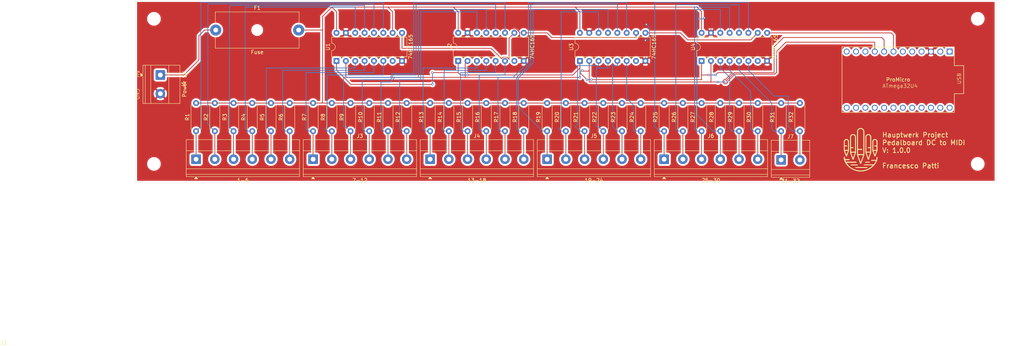
<source format=kicad_pcb>
(kicad_pcb (version 20241229) (generator "pcbnew") (generator_version "9.0")
  (title_block (title "Pedalboard_to_arduino_interface") (date "2025-08-01") (rev "1.0.0") (company "Francesco Patti") (comment 1 "Copyright (c) 2025"))
  (layers (0 "F.Cu" signal) (2 "B.Cu" signal) (13 "F.Paste" user) (15 "B.Paste" user) (5 "F.SilkS" user "F.Silkscreen") (7 "B.SilkS" user "B.Silkscreen") (1 "F.Mask" user) (3 "B.Mask" user) (25 "Edge.Cuts" user))
  (net 0 "")
  (net 1 "GND")
  (net 2 "+5V")
  (net 3 "Net-(J2-Pin_4)")
  (net 4 "Net-(J2-Pin_1)")
  (net 5 "Net-(J2-Pin_5)")
  (net 6 "Net-(J2-Pin_3)")
  (net 7 "Net-(J2-Pin_2)")
  (net 8 "Net-(J2-Pin_6)")
  (net 9 "Net-(J3-Pin_4)")
  (net 10 "Net-(J3-Pin_5)")
  (net 11 "Net-(J3-Pin_2)")
  (net 12 "Net-(J3-Pin_3)")
  (net 13 "Net-(J3-Pin_6)")
  (net 14 "Net-(J3-Pin_1)")
  (net 15 "Net-(J4-Pin_5)")
  (net 16 "Net-(J4-Pin_1)")
  (net 17 "Net-(J4-Pin_4)")
  (net 18 "Net-(J4-Pin_6)")
  (net 19 "Net-(J4-Pin_3)")
  (net 20 "Net-(J4-Pin_2)")
  (net 21 "Net-(J5-Pin_2)")
  (net 22 "Net-(J5-Pin_4)")
  (net 23 "Net-(J5-Pin_3)")
  (net 24 "Net-(J5-Pin_5)")
  (net 25 "Net-(J5-Pin_1)")
  (net 26 "Net-(J5-Pin_6)")
  (net 27 "Net-(J6-Pin_1)")
  (net 28 "Net-(J6-Pin_3)")
  (net 29 "Net-(J6-Pin_6)")
  (net 30 "Net-(J6-Pin_4)")
  (net 31 "Net-(J6-Pin_2)")
  (net 32 "Net-(J6-Pin_5)")
  (net 33 "Net-(J7-Pin_2)")
  (net 34 "Net-(J7-Pin_1)")
  (net 35 "Net-(U1-~{PL})")
  (net 36 "Net-(U1-CP)")
  (net 37 "Net-(U1-Q7)")
  (net 40 "Net-(U2-Q7)")
  (net 42 "Net-(U3-Q7)")
  (net 44 "Net-(U4-Q7)")
  (net 45 "Net-(J1-Pin_1)")
  (footprint "TerminalBlock_Phoenix:TerminalBlock_Phoenix_MKDS-1,5-6-5.08_1x06_P5.08mm_Horizontal" (layer "F.Cu") (at 110.49 99.06)
    (property "Reference" "J4")
    (property "Value" "13-18")
  )
  (footprint "Resistor_THT:R_Axial_DIN0207_L6.3mm_D2.5mm_P7.62mm_Horizontal" (layer "F.Cu") (at 179.07 91.44 90)
    (property "Reference" "R26")
    (property "Value" "10k")
  )
  (footprint "Resistor_THT:R_Axial_DIN0207_L6.3mm_D2.5mm_P7.62mm_Horizontal" (layer "F.Cu") (at 115.57 91.44 90)
    (property "Reference" "R14")
    (property "Value" "10k")
  )
  (footprint "Resistor_THT:R_Axial_DIN0207_L6.3mm_D2.5mm_P7.62mm_Horizontal" (layer "F.Cu") (at 194.31 91.44 90)
    (property "Reference" "R29")
    (property "Value" "10k")
  )
  (footprint "TerminalBlock_Phoenix:TerminalBlock_Phoenix_MKDS-1,5-6-5.08_1x06_P5.08mm_Horizontal" (layer "F.Cu") (at 173.99 99.06)
    (property "Reference" "J6")
    (property "Value" "25-30")
  )
  (footprint "Resistor_THT:R_Axial_DIN0207_L6.3mm_D2.5mm_P7.62mm_Horizontal" (layer "F.Cu") (at 199.39 91.44 90)
    (property "Reference" "R30")
    (property "Value" "10k")
  )
  (footprint "TerminalBlock_Phoenix:TerminalBlock_Phoenix_MKDS-1,5-2-5.08_1x02_P5.08mm_Horizontal" (layer "F.Cu") (at 205.735 99.2325)
    (property "Reference" "J7")
    (property "Value" "31-32")
  )
  (footprint "Resistor_THT:R_Axial_DIN0207_L6.3mm_D2.5mm_P7.62mm_Horizontal" (layer "F.Cu") (at 104.14 91.44 90)
    (property "Reference" "R12")
    (property "Value" "10k")
  )
  (footprint "Resistor_THT:R_Axial_DIN0207_L6.3mm_D2.5mm_P7.62mm_Horizontal" (layer "F.Cu") (at 83.82 91.44 90)
    (property "Reference" "R8")
    (property "Value" "10k")
  )
  (footprint "logo_lib:logo_serigrafia" (layer "F.Cu") (at 227.33 96.52)
    (property "Reference" "G***" (hide yes))
    (property "Value" "LOGO" (hide yes))
  )
  (footprint "MountingHole:MountingHole_3.2mm_M3_DIN965" (layer "F.Cu") (at 259.08 100.33)
    (property "Reference" "REF**")
    (property "Value" "MountingHole_3.2mm_M3_DIN965")
  )
  (footprint "Resistor_THT:R_Axial_DIN0207_L6.3mm_D2.5mm_P7.62mm_Horizontal" (layer "F.Cu") (at 110.49 91.44 90)
    (property "Reference" "R13")
    (property "Value" "10k")
  )
  (footprint "Resistor_THT:R_Axial_DIN0207_L6.3mm_D2.5mm_P7.62mm_Horizontal" (layer "F.Cu") (at 93.98 91.44 90)
    (property "Reference" "R10")
    (property "Value" "10k")
  )
  (footprint "Resistor_THT:R_Axial_DIN0207_L6.3mm_D2.5mm_P7.62mm_Horizontal" (layer "F.Cu") (at 62.23 91.44 90)
    (property "Reference" "R4")
    (property "Value" "10k")
  )
  (footprint "Resistor_THT:R_Axial_DIN0207_L6.3mm_D2.5mm_P7.62mm_Horizontal" (layer "F.Cu") (at 135.89 91.44 90)
    (property "Reference" "R18")
    (property "Value" "10k")
  )
  (footprint "Resistor_THT:R_Axial_DIN0207_L6.3mm_D2.5mm_P7.62mm_Horizontal" (layer "F.Cu") (at 88.9 91.44 90)
    (property "Reference" "R9")
    (property "Value" "10k")
  )
  (footprint "Resistor_THT:R_Axial_DIN0207_L6.3mm_D2.5mm_P7.62mm_Horizontal" (layer "F.Cu") (at 184.15 91.44 90)
    (property "Reference" "R27")
    (property "Value" "10k")
  )
  (footprint "Resistor_THT:R_Axial_DIN0207_L6.3mm_D2.5mm_P7.62mm_Horizontal" (layer "F.Cu") (at 67.31 91.44 90)
    (property "Reference" "R5")
    (property "Value" "10k")
  )
  (footprint "Resistor_THT:R_Axial_DIN0207_L6.3mm_D2.5mm_P7.62mm_Horizontal" (layer "F.Cu") (at 57.15 91.44 90)
    (property "Reference" "R3")
    (property "Value" "10k")
  )
  (footprint "Resistor_THT:R_Axial_DIN0207_L6.3mm_D2.5mm_P7.62mm_Horizontal" (layer "F.Cu") (at 189.23 91.44 90)
    (property "Reference" "R28")
    (property "Value" "10k")
  )
  (footprint "Package_DIP:DIP-16_W7.62mm" (layer "F.Cu") (at 184.15 72.39 90)
    (property "Reference" "U4")
    (property "Value" "74HC165")
  )
  (footprint "TerminalBlock_Phoenix:TerminalBlock_Phoenix_MKDS-1,5-6-5.08_1x06_P5.08mm_Horizontal" (layer "F.Cu") (at 78.74 99.06)
    (property "Reference" "J3")
    (property "Value" "7-12")
  )
  (footprint "MountingHole:MountingHole_3.2mm_M3_DIN965" (layer "F.Cu") (at 35.56 60.96)
    (property "Reference" "REF**")
    (property "Value" "MountingHole_3.2mm_M3_DIN965")
  )
  (footprint "Resistor_THT:R_Axial_DIN0207_L6.3mm_D2.5mm_P7.62mm_Horizontal" (layer "F.Cu") (at 152.4 91.44 90)
    (property "Reference" "R21")
    (property "Value" "10k")
  )
  (footprint "Resistor_THT:R_Axial_DIN0207_L6.3mm_D2.5mm_P7.62mm_Horizontal" (layer "F.Cu") (at 167.64 91.44 90)
    (property "Reference" "R24")
    (property "Value" "10k")
  )
  (footprint "Resistor_THT:R_Axial_DIN0207_L6.3mm_D2.5mm_P7.62mm_Horizontal" (layer "F.Cu") (at 99.06 91.44 90)
    (property "Reference" "R11")
    (property "Value" "10k")
  )
  (footprint "MountingHole:MountingHole_3.2mm_M3_DIN965" (layer "F.Cu") (at 259.08 60.96)
    (property "Reference" "REF**")
    (property "Value" "MountingHole_3.2mm_M3_DIN965")
  )
  (footprint "Resistor_THT:R_Axial_DIN0207_L6.3mm_D2.5mm_P7.62mm_Horizontal" (layer "F.Cu") (at 142.24 91.44 90)
    (property "Reference" "R19")
    (property "Value" "10k")
  )
  (footprint "Resistor_THT:R_Axial_DIN0207_L6.3mm_D2.5mm_P7.62mm_Horizontal" (layer "F.Cu") (at 130.81 91.44 90)
    (property "Reference" "R17")
    (property "Value" "10k")
  )
  (footprint "Resistor_THT:R_Axial_DIN0207_L6.3mm_D2.5mm_P7.62mm_Horizontal" (layer "F.Cu") (at 173.99 91.44 90)
    (property "Reference" "R25")
    (property "Value" "10k")
  )
  (footprint "Resistor_THT:R_Axial_DIN0207_L6.3mm_D2.5mm_P7.62mm_Horizontal" (layer "F.Cu") (at 125.73 91.44 90)
    (property "Reference" "R16")
    (property "Value" "10k")
  )
  (footprint "Resistor_THT:R_Axial_DIN0207_L6.3mm_D2.5mm_P7.62mm_Horizontal" (layer "F.Cu") (at 78.74 91.44 90)
    (property "Reference" "R7")
    (property "Value" "10k")
  )
  (footprint "Resistor_THT:R_Axial_DIN0207_L6.3mm_D2.5mm_P7.62mm_Horizontal" (layer "F.Cu") (at 210.82 91.44 90)
    (property "Reference" "R32")
    (property "Value" "10k")
  )
  (footprint "Resistor_THT:R_Axial_DIN0207_L6.3mm_D2.5mm_P7.62mm_Horizontal" (layer "F.Cu") (at 120.65 91.44 90)
    (property "Reference" "R15")
    (property "Value" "10k")
  )
  (footprint "Resistor_THT:R_Axial_DIN0207_L6.3mm_D2.5mm_P7.62mm_Horizontal" (layer "F.Cu") (at 52.07 91.44 90)
    (property "Reference" "R2")
    (property "Value" "10k")
  )
  (footprint "TerminalBlock_Phoenix:TerminalBlock_Phoenix_MKDS-1,5-2-5.08_1x02_P5.08mm_Horizontal" (layer "F.Cu") (at 37.2925 76.195 -90)
    (property "Reference" "J1")
    (property "Value" "Power 5V")
  )
  (footprint "promicro:ProMicro-EnforcedTop" (layer "F.Cu") (at 237.49 77.47 180)
    (property "Reference" "U5" (hide yes))
    (property "Value" "ProMicro")
  )
  (footprint "Resistor_THT:R_Axial_DIN0207_L6.3mm_D2.5mm_P7.62mm_Horizontal" (layer "F.Cu") (at 157.48 91.44 90)
    (property "Reference" "R22")
    (property "Value" "10k")
  )
  (footprint "TerminalBlock_Phoenix:TerminalBlock_Phoenix_MKDS-1,5-6-5.08_1x06_P5.08mm_Horizontal" (layer "F.Cu") (at 46.99 99.06)
    (property "Reference" "J2")
    (property "Value" "1-6")
  )
  (footprint "Fuse:Fuseholder_Cylinder-5x20mm_Schurter_0031_8201_Horizontal_Open" (layer "F.Cu") (at 52.324 64.008)
    (property "Reference" "F1")
    (property "Value" "Fuse")
  )
  (footprint "TerminalBlock_Phoenix:TerminalBlock_Phoenix_MKDS-1,5-6-5.08_1x06_P5.08mm_Horizontal" (layer "F.Cu") (at 142.24 99.06)
    (property "Reference" "J5")
    (property "Value" "19-24")
  )
  (footprint "Resistor_THT:R_Axial_DIN0207_L6.3mm_D2.5mm_P7.62mm_Horizontal" (layer "F.Cu") (at 162.56 91.44 90)
    (property "Reference" "R23")
    (property "Value" "10k")
  )
  (footprint "Resistor_THT:R_Axial_DIN0207_L6.3mm_D2.5mm_P7.62mm_Horizontal" (layer "F.Cu") (at 147.32 91.44 90)
    (property "Reference" "R20")
    (property "Value" "10k")
  )
  (footprint "Package_DIP:DIP-16_W7.62mm" (layer "F.Cu") (at 85.09 72.39 90)
    (property "Reference" "U1")
    (property "Value" "74HC165")
  )
  (footprint "Package_DIP:DIP-16_W7.62mm" (layer "F.Cu") (at 151.13 72.39 90)
    (property "Reference" "U3")
    (property "Value" "74HC165")
  )
  (footprint "MountingHole:MountingHole_3.2mm_M3_DIN965" (layer "F.Cu") (at 35.56 100.33)
    (property "Reference" "REF**")
    (property "Value" "MountingHole_3.2mm_M3_DIN965")
  )
  (footprint "Resistor_THT:R_Axial_DIN0207_L6.3mm_D2.5mm_P7.62mm_Horizontal" (layer "F.Cu") (at 72.39 91.44 90)
    (property "Reference" "R6")
    (property "Value" "10k")
  )
  (footprint "Resistor_THT:R_Axial_DIN0207_L6.3mm_D2.5mm_P7.62mm_Horizontal" (layer "F.Cu") (at 205.74 91.44 90)
    (property "Reference" "R31")
    (property "Value" "10k")
  )
  (footprint "Resistor_THT:R_Axial_DIN0207_L6.3mm_D2.5mm_P7.62mm_Horizontal" (layer "F.Cu") (at 46.99 91.44 90)
    (property "Reference" "R1")
    (property "Value" "10k")
  )
  (footprint "Package_DIP:DIP-16_W7.62mm" (layer "F.Cu") (at 118.11 72.39 90)
    (property "Reference" "U2")
    (property "Value" "74HC165")
  )
  (gr_line (start 30.48 105.41) (end 30.48 55.88) (stroke (width 0.05)) (layer "Edge.Cuts"))
  (gr_line (start 264.16 105.41) (end 30.48 105.41) (stroke (width 0.05)) (layer "Edge.Cuts"))
  (gr_line (start 30.48 55.88) (end 264.16 55.88) (stroke (width 0.05)) (layer "Edge.Cuts"))
  (gr_line (start 264.16 55.88) (end 264.16 105.41) (stroke (width 0.05)) (layer "Edge.Cuts"))
  (gr_text "5V    GND" (at 30.48 74.93 270) (layer "F.SilkS") (effects (font (size 1 1) (thickness 0.1)) (justify left bottom)))
  (gr_text "USB" (at 254.635 78.74 90) (layer "F.SilkS") (effects (font (size 1 1) (thickness 0.1)) (justify left bottom)))
  (gr_text "Hauptwerk Project\nPedalboard DC to MIDI\nV: 1.0.0\n\nFrancesco Patti" (at 233.045 101.6 0) (layer "F.SilkS") (effects (font (size 1.3 1.3) (thickness 0.2)) (justify left bottom)))
  (gr_text "ATmega32U4" (at 233.172 79.756 0) (layer "F.SilkS") (effects (font (size 1 1) (thickness 0.1)) (justify left bottom)))
  (segment (start 168.91 72.39) (end 168.91 66.608482) (width 0.2) (layer "F.Cu") (net 1))
  (segment (start 134.789 64.65195) (end 134.789 71.289) (width 0.2) (layer "F.Cu") (net 1))
  (segment (start 121.751 63.669) (end 133.80605 63.669) (width 0.2) (layer "F.Cu") (net 1))
  (segment (start 134.789 71.289) (end 135.89 72.39) (width 0.2) (layer "F.Cu") (net 1))
  (segment (start 186.69 64.77) (end 186.69 62.484) (width 0.2) (layer "F.Cu") (net 1))
  (segment (start 155.956 62.484) (end 153.67 64.77) (width 0.2) (layer "F.Cu") (net 1))
  (segment (start 183.48 60.96) (end 157.48 60.96) (width 0.2) (layer "F.Cu") (net 1))
  (segment (start 186.69 62.484) (end 184.912 60.706) (width 0.2) (layer "F.Cu") (net 1))
  (segment (start 169.164 62.484) (end 155.956 62.484) (width 0.2) (layer "F.Cu") (net 1))
  (segment (start 168.91 66.608482) (end 168.91 66.802) (width 0.2) (layer "F.Cu") (net 1))
  (segment (start 120.65 64.77) (end 121.751 63.669) (width 0.2) (layer "F.Cu") (net 1))
  (segment (start 157.48 60.96) (end 153.67 64.77) (width 0.2) (layer "F.Cu") (net 1))
  (segment (start 133.80605 63.669) (end 134.789 64.65195) (width 0.2) (layer "F.Cu") (net 1))
  (via (at 168.91 66.802) (size 0.6) (drill 0.3) (layers "F.Cu" "B.Cu") (net 1))
  (via (at 183.48 60.96) (size 0.6) (drill 0.3) (layers "F.Cu" "B.Cu") (net 1))
  (via (at 169.164 62.484) (size 0.6) (drill 0.3) (layers "F.Cu" "B.Cu") (net 1))
  (via (at 184.912 60.706) (size 0.6) (drill 0.3) (layers "F.Cu" "B.Cu") (net 1))
  (segment (start 170.011 63.331) (end 169.164 62.484) (width 0.2) (layer "B.Cu") (net 1))
  (segment (start 184.658 60.96) (end 183.48 60.96) (width 0.2) (layer "B.Cu") (net 1))
  (segment (start 168.91 66.802) (end 170.011 65.701) (width 0.2) (layer "B.Cu") (net 1))
  (segment (start 184.912 60.706) (end 184.658 60.96) (width 0.2) (layer "B.Cu") (net 1))
  (segment (start 170.011 65.701) (end 170.011 63.331) (width 0.2) (layer "B.Cu") (net 1))
  (segment (start 88.9 83.82) (end 93.98 83.82) (width 0.2) (layer "F.Cu") (net 2))
  (segment (start 184.15 59.055) (end 184.15 64.77) (width 0.2) (layer "F.Cu") (net 2))
  (segment (start 125.73 83.82) (end 130.81 83.82) (width 0.2) (layer "F.Cu") (net 2))
  (segment (start 110.49 83.82) (end 115.57 83.82) (width 0.2) (layer "F.Cu") (net 2))
  (segment (start 194.31 83.82) (end 199.39 83.82) (width 0.2) (layer "F.Cu") (net 2))
  (segment (start 120.65 83.82) (end 125.73 83.82) (width 0.2) (layer "F.Cu") (net 2))
  (segment (start 179.07 83.82) (end 184.15 83.82) (width 0.2) (layer "F.Cu") (net 2))
  (segment (start 147.32 83.82) (end 152.4 83.82) (width 0.2) (layer "F.Cu") (net 2))
  (segment (start 78.74 83.82) (end 81.28 83.82) (width 0.2) (layer "F.Cu") (net 2))
  (segment (start 189.23 83.82) (end 194.31 83.82) (width 0.2) (layer "F.Cu") (net 2))
  (segment (start 140.97 83.82) (end 147.32 83.82) (width 0.2) (layer "F.Cu") (net 2))
  (segment (start 52.07 83.82) (end 57.15 83.82) (width 0.2) (layer "F.Cu") (net 2))
  (segment (start 135.89 83.82) (end 140.97 83.82) (width 0.2) (layer "F.Cu") (net 2))
  (segment (start 149.86 57.785) (end 182.88 57.785) (width 0.2) (layer "F.Cu") (net 2))
  (segment (start 173.99 83.82) (end 179.07 83.82) (width 0.2) (layer "F.Cu") (net 2))
  (segment (start 152.4 83.82) (end 157.48 83.82) (width 0.2) (layer "F.Cu") (net 2))
  (segment (start 83.82 83.82) (end 88.9 83.82) (width 0.2) (layer "F.Cu") (net 2))
  (segment (start 130.81 83.82) (end 135.89 83.82) (width 0.2) (layer "F.Cu") (net 2))
  (segment (start 57.15 83.82) (end 62.23 83.82) (width 0.2) (layer "F.Cu") (net 2))
  (segment (start 81.28 76.2) (end 81.28 72.39) (width 0.2) (layer "F.Cu") (net 2))
  (segment (start 74.824 64.008) (end 81.28 64.008) (width 0.2) (layer "F.Cu") (net 2))
  (segment (start 205.74 83.82) (end 210.82 83.82) (width 0.2) (layer "F.Cu") (net 2))
  (segment (start 46.99 83.82) (end 52.07 83.82) (width 0.2) (layer "F.Cu") (net 2))
  (segment (start 93.98 83.82) (end 99.06 83.82) (width 0.2) (layer "F.Cu") (net 2))
  (segment (start 83.82 57.785) (end 99.06 57.785) (width 0.2) (layer "F.Cu") (net 2))
  (segment (start 118.11 59.055) (end 118.11 64.77) (width 0.2) (layer "F.Cu") (net 2))
  (segment (start 149.86 57.785) (end 151.13 59.055) (width 0.2) (layer "F.Cu") (net 2))
  (segment (start 116.84 57.785) (end 118.11 59.055) (width 0.2) (layer "F.Cu") (net 2))
  (segment (start 100.33 64.77) (end 100.33 59.055) (width 0.2) (layer "F.Cu") (net 2))
  (segment (start 81.28 60.325) (end 83.82 57.785) (width 0.2) (layer "F.Cu") (net 2))
  (segment (start 104.14 83.82) (end 110.49 83.82) (width 0.2) (layer "F.Cu") (net 2))
  (segment (start 81.28 83.82) (end 81.28 76.2) (width 0.2) (layer "F.Cu") (net 2))
  (segment (start 100.33 59.055) (end 99.06 57.785) (width 0.2) (layer "F.Cu") (net 2))
  (segment (start 151.13 59.055) (end 151.13 64.77) (width 0.2) (layer "F.Cu") (net 2))
  (segment (start 72.39 83.82) (end 78.74 83.82) (width 0.2) (layer "F.Cu") (net 2))
  (segment (start 167.64 83.82) (end 173.99 83.82) (width 0.2) (layer "F.Cu") (net 2))
  (segment (start 81.28 83.82) (end 83.82 83.82) (width 0.2) (layer "F.Cu") (net 2))
  (segment (start 157.48 83.82) (end 162.56 83.82) (width 0.2) (layer "F.Cu") (net 2))
  (segment (start 67.31 83.82) (end 72.39 83.82) (width 0.2) (layer "F.Cu") (net 2))
  (segment (start 99.06 83.82) (end 104.14 83.82) (width 0.2) (layer "F.Cu") (net 2))
  (segment (start 62.23 83.82) (end 67.31 83.82) (width 0.2) (layer "F.Cu") (net 2))
  (segment (start 83.82 57.785) (end 85.09 59.055) (width 0.2) (layer "F.Cu") (net 2))
  (segment (start 184.15 83.82) (end 189.23 83.82) (width 0.2) (layer "F.Cu") (net 2))
  (segment (start 162.56 83.82) (end 167.64 83.82) (width 0.2) (layer "F.Cu") (net 2))
  (segment (start 115.57 83.82) (end 120.65 83.82) (width 0.2) (layer "F.Cu") (net 2))
  (segment (start 85.09 59.055) (end 85.09 64.77) (width 0.2) (layer "F.Cu") (net 2))
  (segment (start 81.28 72.39) (end 81.28 64.008) (width 0.2) (layer "F.Cu") (net 2))
  (segment (start 182.88 57.785) (end 184.15 59.055) (width 0.2) (layer "F.Cu") (net 2))
  (segment (start 116.84 57.785) (end 149.86 57.785) (width 0.2) (layer "F.Cu") (net 2))
  (segment (start 99.06 57.785) (end 116.84 57.785) (width 0.2) (layer "F.Cu") (net 2))
  (segment (start 81.28 64.008) (end 81.28 60.325) (width 0.2) (layer "F.Cu") (net 2))
  (segment (start 199.39 83.82) (end 205.74 83.82) (width 0.2) (layer "F.Cu") (net 2))
  (segment (start 62.23 91.44) (end 62.23 99.06) (width 0.2) (layer "F.Cu") (net 3))
  (segment (start 60.325 57.785) (end 90.17 57.785) (width 0.2) (layer "B.Cu") (net 3))
  (segment (start 90.17 57.785) (end 90.17 64.77) (width 0.2) (layer "B.Cu") (net 3))
  (segment (start 62.23 91.44) (end 60.96 91.44) (width 0.2) (layer "B.Cu") (net 3))
  (segment (start 60.96 91.44) (end 60.325 90.805) (width 0.2) (layer "B.Cu") (net 3))
  (segment (start 60.325 90.805) (end 60.325 57.785) (width 0.2) (layer "B.Cu") (net 3))
  (segment (start 46.99 91.44) (end 46.99 99.06) (width 0.2) (layer "F.Cu") (net 4))
  (segment (start 46.99 91.44) (end 48.26 90.17) (width 0.2) (layer "B.Cu") (net 4))
  (segment (start 48.26 56.515) (end 97.79 56.515) (width 0.2) (layer "B.Cu") (net 4))
  (segment (start 48.26 90.17) (end 48.26 56.515) (width 0.2) (layer "B.Cu") (net 4))
  (segment (start 97.79 56.515) (end 97.79 64.77) (width 0.2) (layer "B.Cu") (net 4))
  (segment (start 67.31 91.44) (end 67.31 99.06) (width 0.2) (layer "F.Cu") (net 5))
  (segment (start 67.31 91.44) (end 66.04 90.17) (width 0.2) (layer "B.Cu") (net 5))
  (segment (start 66.04 90.17) (end 66.04 74.295) (width 0.2) (layer "B.Cu") (net 5))
  (segment (start 66.04 74.295) (end 90.17 74.295) (width 0.2) (layer "B.Cu") (net 5))
  (segment (start 90.17 74.295) (end 90.17 72.39) (width 0.2) (layer "B.Cu") (net 5))
  (segment (start 57.15 91.44) (end 57.15 99.06) (width 0.2) (layer "F.Cu") (net 6))
  (segment (start 92.71 57.317) (end 92.71 64.77) (width 0.2) (layer "B.Cu") (net 6))
  (segment (start 56.049 90.339) (end 56.049 57.616) (width 0.2) (layer "B.Cu") (net 6))
  (segment (start 57.15 91.44) (end 56.049 90.339) (width 0.2) (layer "B.Cu") (net 6))
  (segment (start 56.348 57.317) (end 92.71 57.317) (width 0.2) (layer "B.Cu") (net 6))
  (segment (start 56.049 57.616) (end 56.348 57.317) (width 0.2) (layer "B.Cu") (net 6))
  (segment (start 52.07 91.44) (end 52.07 99.06) (width 0.2) (layer "F.Cu") (net 7))
  (segment (start 52.07 91.44) (end 50.165 89.535) (width 0.2) (layer "B.Cu") (net 7))
  (segment (start 95.25 56.916) (end 95.25 64.77) (width 0.2) (layer "B.Cu") (net 7))
  (segment (start 50.399 56.916) (end 95.25 56.916) (width 0.2) (layer "B.Cu") (net 7))
  (segment (start 50.165 57.15) (end 50.399 56.916) (width 0.2) (layer "B.Cu") (net 7))
  (segment (start 50.165 89.535) (end 50.165 57.15) (width 0.2) (layer "B.Cu") (net 7))
  (segment (start 72.39 91.44) (end 72.39 99.06) (width 0.2) (layer "F.Cu") (net 8))
  (segment (start 92.71 74.93) (end 92.71 72.39) (width 0.2) (layer "B.Cu") (net 8))
  (segment (start 70.485 90.805) (end 70.485 74.93) (width 0.2) (layer "B.Cu") (net 8))
  (segment (start 72.39 91.44) (end 71.12 91.44) (width 0.2) (layer "B.Cu") (net 8))
  (segment (start 70.485 74.93) (end 92.71 74.93) (width 0.2) (layer "B.Cu") (net 8))
  (segment (start 71.12 91.44) (end 70.485 90.805) (width 0.2) (layer "B.Cu") (net 8))
  (segment (start 93.98 91.44) (end 93.98 99.06) (width 0.2) (layer "F.Cu") (net 9))
  (segment (start 106.68 76.2) (end 106.68 57.15) (width 0.2) (layer "B.Cu") (net 9))
  (segment (start 92.71 91.44) (end 92.075 90.805) (width 0.2) (layer "B.Cu") (net 9))
  (segment (start 92.075 90.805) (end 92.075 77.47) (width 0.2) (layer "B.Cu") (net 9))
  (segment (start 92.075 77.47) (end 99.695 77.47) (width 0.2) (layer "B.Cu") (net 9))
  (segment (start 106.68 57.15) (end 128.27 57.15) (width 0.2) (layer "B.Cu") (net 9))
  (segment (start 100.33 76.2) (end 106.68 76.2) (width 0.2) (layer "B.Cu") (net 9))
  (segment (start 93.98 91.44) (end 92.71 91.44) (width 0.2) (layer "B.Cu") (net 9))
  (segment (start 99.695 77.47) (end 100.33 76.835) (width 0.2) (layer "B.Cu") (net 9))
  (segment (start 100.33 76.835) (end 100.33 76.2) (width 0.2) (layer "B.Cu") (net 9))
  (segment (start 128.27 57.15) (end 128.27 64.77) (width 0.2) (layer "B.Cu") (net 9))
  (segment (start 99.06 91.44) (end 99.06 99.06) (width 0.2) (layer "F.Cu") (net 10))
  (segment (start 107.315 76.835) (end 107.315 58.42) (width 0.2) (layer "B.Cu") (net 10))
  (segment (start 125.73 58.42) (end 125.73 64.77) (width 0.2) (layer "B.Cu") (net 10))
  (segment (start 97.155 78.105) (end 99.695 78.105) (width 0.2) (layer "B.Cu") (net 10))
  (segment (start 107.315 58.42) (end 125.73 58.42) (width 0.2) (layer "B.Cu") (net 10))
  (segment (start 99.695 78.105) (end 100.965 76.835) (width 0.2) (layer "B.Cu") (net 10))
  (segment (start 100.965 76.835) (end 107.315 76.835) (width 0.2) (layer "B.Cu") (net 10))
  (segment (start 97.79 91.44) (end 97.155 90.805) (width 0.2) (layer "B.Cu") (net 10))
  (segment (start 97.155 90.805) (end 97.155 78.105) (width 0.2) (layer "B.Cu") (net 10))
  (segment (start 99.06 91.44) (end 97.79 91.44) (width 0.2) (layer "B.Cu") (net 10))
  (segment (start 83.82 91.44) (end 83.82 99.06) (width 0.2) (layer "F.Cu") (net 11))
  (segment (start 82.55 91.44) (end 81.915 90.805) (width 0.2) (layer "B.Cu") (net 11))
  (segment (start 81.915 90.805) (end 82.55 90.17) (width 0.2) (layer "B.Cu") (net 11))
  (segment (start 97.79 76.2) (end 97.79 72.39) (width 0.2) (layer "B.Cu") (net 11))
  (segment (start 83.82 91.44) (end 82.55 91.44) (width 0.2) (layer "B.Cu") (net 11))
  (segment (start 82.55 90.17) (end 82.55 76.2) (width 0.2) (layer "B.Cu") (net 11))
  (segment (start 82.55 76.2) (end 97.79 76.2) (width 0.2) (layer "B.Cu") (net 11))
  (segment (start 88.9 91.44) (end 88.9 99.06) (width 0.2) (layer "F.Cu") (net 12))
  (segment (start 106.045 56.515) (end 130.81 56.515) (width 0.2) (layer "B.Cu") (net 12))
  (segment (start 86.995 76.835) (end 99.7629 76.835) (width 0.2) (layer "B.Cu") (net 12))
  (segment (start 100.1639 75.799) (end 106.045 75.799) (width 0.2) (layer "B.Cu") (net 12))
  (segment (start 87.63 90.17) (end 86.995 90.17) (width 0.2) (layer "B.Cu") (net 12))
  (segment (start 99.929 76.6689) (end 99.929 76.0339) (width 0.2) (layer "B.Cu") (net 12))
  (segment (start 130.81 56.515) (end 130.81 64.77) (width 0.2) (layer "B.Cu") (net 12))
  (segment (start 106.045 75.799) (end 106.045 56.515) (width 0.2) (layer "B.Cu") (net 12))
  (segment (start 86.995 90.17) (end 86.995 76.835) (width 0.2) (layer "B.Cu") (net 12))
  (segment (start 88.9 91.44) (end 87.63 90.17) (width 0.2) (layer "B.Cu") (net 12))
  (segment (start 99.929 76.0339) (end 100.1639 75.799) (width 0.2) (layer "B.Cu") (net 12))
  (segment (start 99.7629 76.835) (end 99.929 76.6689) (width 0.2) (layer "B.Cu") (net 12))
  (segment (start 104.14 91.44) (end 104.14 99.06) (width 0.2) (layer "F.Cu") (net 13))
  (segment (start 107.95 77.47) (end 107.95 59.055) (width 0.2) (layer "B.Cu") (net 13))
  (segment (start 102.87 91.44) (end 102.235 90.805) (width 0.2) (layer "B.Cu") (net 13))
  (segment (start 107.95 59.055) (end 123.19 59.055) (width 0.2) (layer "B.Cu") (net 13))
  (segment (start 123.19 59.055) (end 123.19 64.77) (width 0.2) (layer "B.Cu") (net 13))
  (segment (start 102.235 77.47) (end 107.95 77.47) (width 0.2) (layer "B.Cu") (net 13))
  (segment (start 102.235 90.805) (end 102.235 77.47) (width 0.2) (layer "B.Cu") (net 13))
  (segment (start 104.14 91.44) (end 102.87 91.44) (width 0.2) (layer "B.Cu") (net 13))
  (segment (start 78.74 91.44) (end 78.74 99.06) (width 0.2) (layer "F.Cu") (net 14))
  (segment (start 77.47 91.44) (end 76.835 90.805) (width 0.2) (layer "B.Cu") (net 14))
  (segment (start 95.25 75.565) (end 95.25 72.39) (width 0.2) (layer "B.Cu") (net 14))
  (segment (start 76.835 75.565) (end 95.25 75.565) (width 0.2) (layer "B.Cu") (net 14))
  (segment (start 76.835 90.805) (end 76.835 75.565) (width 0.2) (layer "B.Cu") (net 14))
  (segment (start 78.74 91.44) (end 77.47 91.44) (width 0.2) (layer "B.Cu") (net 14))
  (segment (start 130.81 91.44) (end 130.81 99.06) (width 0.2) (layer "F.Cu") (net 15))
  (segment (start 137.16 72.67705) (end 137.16 56.515) (width 0.2) (layer "B.Cu") (net 15))
  (segment (start 129.54 91.44) (end 128.905 90.805) (width 0.2) (layer "B.Cu") (net 15))
  (segment (start 130.81 91.44) (end 129.54 91.44) (width 0.2) (layer "B.Cu") (net 15))
  (segment (start 137.16 56.515) (end 163.83 56.515) (width 0.2) (layer "B.Cu") (net 15))
  (segment (start 163.83 56.515) (end 163.83 64.77) (width 0.2) (layer "B.Cu") (net 15))
  (segment (start 128.905 76.835) (end 133.00205 76.835) (width 0.2) (layer "B.Cu") (net 15))
  (segment (start 128.905 90.805) (end 128.905 76.835) (width 0.2) (layer "B.Cu") (net 15))
  (segment (start 133.00205 76.835) (end 137.16 72.67705) (width 0.2) (layer "B.Cu") (net 15))
  (segment (start 110.49 91.44) (end 110.49 99.06) (width 0.2) (layer "F.Cu") (net 16))
  (segment (start 109.22 91.44) (end 108.585 90.805) (width 0.2) (layer "B.Cu") (net 16))
  (segment (start 123.19 74.295) (end 123.19 72.39) (width 0.2) (layer "B.Cu") (net 16))
  (segment (start 108.585 74.295) (end 123.19 74.295) (width 0.2) (layer "B.Cu") (net 16))
  (segment (start 110.49 91.44) (end 109.22 91.44) (width 0.2) (layer "B.Cu") (net 16))
  (segment (start 108.585 90.805) (end 108.585 74.295) (width 0.2) (layer "B.Cu") (net 16))
  (segment (start 125.73 91.44) (end 125.73 99.06) (width 0.2) (layer "F.Cu") (net 17))
  (segment (start 125.73 91.44) (end 124.46 91.44) (width 0.2) (layer "B.Cu") (net 17))
  (segment (start 123.825 90.805) (end 123.825 76.2) (width 0.2) (layer "B.Cu") (net 17))
  (segment (start 124.46 91.44) (end 123.825 90.805) (width 0.2) (layer "B.Cu") (net 17))
  (segment (start 123.825 76.2) (end 130.81 76.2) (width 0.2) (layer "B.Cu") (net 17))
  (segment (start 130.81 76.2) (end 130.81 72.39) (width 0.2) (layer "B.Cu") (net 17))
  (segment (start 135.89 91.44) (end 135.89 99.06) (width 0.2) (layer "F.Cu") (net 18))
  (segment (start 137.795 73.025) (end 137.795 57.15) (width 0.2) (layer "B.Cu") (net 18))
  (segment (start 137.795 57.15) (end 138.43 57.15) (width 0.2) (layer "B.Cu") (net 18))
  (segment (start 133.985 76.835) (end 137.795 73.025) (width 0.2) (layer "B.Cu") (net 18))
  (segment (start 133.985 90.805) (end 133.985 76.835) (width 0.2) (layer "B.Cu") (net 18))
  (segment (start 161.29 56.916) (end 161.29 64.77) (width 0.2) (layer "B.Cu") (net 18))
  (segment (start 138.43 57.15) (end 138.664 56.916) (width 0.2) (layer "B.Cu") (net 18))
  (segment (start 135.89 91.44) (end 134.62 91.44) (width 0.2) (layer "B.Cu") (net 18))
  (segment (start 138.664 56.916) (end 161.29 56.916) (width 0.2) (layer "B.Cu") (net 18))
  (segment (start 134.62 91.44) (end 133.985 90.805) (width 0.2) (layer "B.Cu") (net 18))
  (segment (start 120.65 91.44) (end 120.65 99.06) (width 0.2) (layer "F.Cu") (net 19))
  (segment (start 118.745 75.565) (end 128.27 75.565) (width 0.2) (layer "B.Cu") (net 19))
  (segment (start 120.65 91.44) (end 119.38 91.44) (width 0.2) (layer "B.Cu") (net 19))
  (segment (start 119.38 91.44) (end 118.745 90.805) (width 0.2) (layer "B.Cu") (net 19))
  (segment (start 118.745 90.805) (end 118.745 75.565) (width 0.2) (layer "B.Cu") (net 19))
  (segment (start 128.27 75.565) (end 128.27 72.39) (width 0.2) (layer "B.Cu") (net 19))
  (segment (start 115.57 91.44) (end 115.57 99.06) (width 0.2) (layer "F.Cu") (net 20))
  (segment (start 114.3 91.44) (end 113.665 90.805) (width 0.2) (layer "B.Cu") (net 20))
  (segment (start 114.3 90.17) (end 114.3 74.93) (width 0.2) (layer "B.Cu") (net 20))
  (segment (start 125.73 74.93) (end 125.73 72.39) (width 0.2) (layer "B.Cu") (net 20))
  (segment (start 115.57 91.44) (end 114.3 91.44) (width 0.2) (layer "B.Cu") (net 20))
  (segment (start 113.665 90.805) (end 114.3 90.17) (width 0.2) (layer "B.Cu") (net 20))
  (segment (start 114.3 74.93) (end 125.73 74.93) (width 0.2) (layer "B.Cu") (net 20))
  (segment (start 147.32 91.44) (end 147.32 99.06) (width 0.2) (layer "F.Cu") (net 21))
  (segment (start 146.05 91.44) (end 145.415 90.805) (width 0.2) (layer "B.Cu") (net 21))
  (segment (start 147.32 91.44) (end 146.05 91.44) (width 0.2) (layer "B.Cu") (net 21))
  (segment (start 156.21 59.055) (end 156.21 64.77) (width 0.2) (layer "B.Cu") (net 21))
  (segment (start 146.05 90.17) (end 146.05 59.055) (width 0.2) (layer "B.Cu") (net 21))
  (segment (start 145.415 90.805) (end 146.05 90.17) (width 0.2) (layer "B.Cu") (net 21))
  (segment (start 146.05 59.055) (end 156.21 59.055) (width 0.2) (layer "B.Cu") (net 21))
  (segment (start 157.48 91.44) (end 157.48 99.06) (width 0.2) (layer "F.Cu") (net 22))
  (segment (start 155.575 90.17) (end 155.575 74.295) (width 0.2) (layer "B.Cu") (net 22))
  (segment (start 155.575 74.295) (end 158.75 74.295) (width 0.2) (layer "B.Cu") (net 22))
  (segment (start 157.48 91.44) (end 156.21 90.17) (width 0.2) (layer "B.Cu") (net 22))
  (segment (start 158.75 74.295) (end 158.75 72.39) (width 0.2) (layer "B.Cu") (net 22))
  (segment (start 156.21 90.17) (end 155.575 90.17) (width 0.2) (layer "B.Cu") (net 22))
  (segment (start 152.4 91.44) (end 152.4 99.06) (width 0.2) (layer "F.Cu") (net 23))
  (segment (start 150.495 73.66) (end 156.21 73.66) (width 0.2) (layer "B.Cu") (net 23))
  (segment (start 156.21 73.66) (end 156.21 72.39) (width 0.2) (layer "B.Cu") (net 23))
  (segment (start 150.495 89.535) (end 150.495 73.66) (width 0.2) (layer "B.Cu") (net 23))
  (segment (start 152.4 91.44) (end 151.13 91.44) (width 0.2) (layer "B.Cu") (net 23))
  (segment (start 151.13 91.44) (end 149.86 90.17) (width 0.2) (layer "B.Cu") (net 23))
  (segment (start 149.86 90.17) (end 150.495 89.535) (width 0.2) (layer "B.Cu") (net 23))
  (segment (start 162.56 91.44) (end 162.56 99.06) (width 0.2) (layer "F.Cu") (net 24))
  (segment (start 161.29 91.44) (end 160.02 90.17) (width 0.2) (layer "B.Cu") (net 24))
  (segment (start 161.29 73.66) (end 161.29 72.39) (width 0.2) (layer "B.Cu") (net 24))
  (segment (start 160.02 73.66) (end 161.29 73.66) (width 0.2) (layer "B.Cu") (net 24))
  (segment (start 160.02 90.17) (end 160.02 73.66) (width 0.2) (layer "B.Cu") (net 24))
  (segment (start 162.56 91.44) (end 161.29 91.44) (width 0.2) (layer "B.Cu") (net 24))
  (segment (start 142.24 91.44) (end 142.24 99.06) (width 0.2) (layer "F.Cu") (net 25))
  (segment (start 138.43 58.42) (end 158.75 58.42) (width 0.2) (layer "B.Cu") (net 25))
  (segment (start 140.97 91.44) (end 134.386 84.856) (width 0.2) (layer "B.Cu") (net 25))
  (segment (start 158.75 58.42) (end 158.75 64.77) (width 0.2) (layer "B.Cu") (net 25))
  (segment (start 134.386 84.856) (end 134.386 77.069) (width 0.2) (layer "B.Cu") (net 25))
  (segment (start 134.386 77.069) (end 138.43 73.025) (width 0.2) (layer "B.Cu") (net 25))
  (segment (start 142.24 91.44) (end 140.97 91.44) (width 0.2) (layer "B.Cu") (net 25))
  (segment (start 138.43 73.025) (end 138.43 58.42) (width 0.2) (layer "B.Cu") (net 25))
  (segment (start 167.64 91.44) (end 167.64 99.06) (width 0.2) (layer "F.Cu") (net 26))
  (segment (start 163.83 82.55) (end 163.83 72.39) (width 0.2) (layer "B.Cu") (net 26))
  (segment (start 165.735 84.455) (end 163.83 82.55) (width 0.2) (layer "B.Cu") (net 26))
  (segment (start 165.735 91.44) (end 165.735 84.455) (width 0.2) (layer "B.Cu") (net 26))
  (segment (start 167.64 91.44) (end 165.735 91.44) (width 0.2) (layer "B.Cu") (net 26))
  (segment (start 173.99 91.44) (end 173.99 99.06) (width 0.2) (layer "F.Cu") (net 27))
  (segment (start 196.85 56.515) (end 196.85 64.77) (width 0.2) (layer "B.Cu") (net 27))
  (segment (start 173.99 91.44) (end 172.72 91.44) (width 0.2) (layer "B.Cu") (net 27))
  (segment (start 171.45 56.515) (end 196.85 56.515) (width 0.2) (layer "B.Cu") (net 27))
  (segment (start 172.72 91.44) (end 171.45 90.17) (width 0.2) (layer "B.Cu") (net 27))
  (segment (start 171.45 90.17) (end 171.45 56.515) (width 0.2) (layer "B.Cu") (net 27))
  (segment (start 184.15 91.44) (end 184.15 99.06) (width 0.2) (layer "F.Cu") (net 28))
  (segment (start 191.77 57.785) (end 191.77 64.77) (width 0.2) (layer "B.Cu") (net 28))
  (segment (start 182.245 57.785) (end 191.77 57.785) (width 0.2) (layer "B.Cu") (net 28))
  (segment (start 182.245 90.805) (end 182.245 57.785) (width 0.2) (layer "B.Cu") (net 28))
  (segment (start 184.15 91.44) (end 182.88 91.44) (width 0.2) (layer "B.Cu") (net 28))
  (segment (start 182.88 91.44) (end 182.245 90.805) (width 0.2) (layer "B.Cu") (net 28))
  (segment (start 199.39 91.44) (end 199.39 99.06) (width 0.2) (layer "F.Cu") (net 29))
  (segment (start 197.485 80.645) (end 191.77 74.93) (width 0.2) (layer "B.Cu") (net 29))
  (segment (start 199.39 91.44) (end 198.12 91.44) (width 0.2) (layer "B.Cu") (net 29))
  (segment (start 191.77 74.93) (end 191.77 72.39) (width 0.2) (layer "B.Cu") (net 29))
  (segment (start 198.12 91.44) (end 197.485 90.805) (width 0.2) (layer "B.Cu") (net 29))
  (segment (start 197.485 90.805) (end 197.485 80.645) (width 0.2) (layer "B.Cu") (net 29))
  (segment (start 189.23 91.44) (end 189.23 99.06) (width 0.2) (layer "F.Cu") (net 30))
  (segment (start 189.23 58.42) (end 189.23 64.77) (width 0.2) (layer "B.Cu") (net 30))
  (segment (start 187.325 91.44) (end 182.88 86.995) (width 0.2) (layer "B.Cu") (net 30))
  (segment (start 189.23 91.44) (end 187.325 91.44) (width 0.2) (layer "B.Cu") (net 30))
  (segment (start 182.88 58.42) (end 189.23 58.42) (width 0.2) (layer "B.Cu") (net 30))
  (segment (start 182.88 86.995) (end 182.88 58.42) (width 0.2) (layer "B.Cu") (net 30))
  (segment (start 179.07 91.44) (end 179.07 99.06) (width 0.2) (layer "F.Cu") (net 31))
  (segment (start 177.165 90.805) (end 177.165 57.15) (width 0.2) (layer "B.Cu") (net 31))
  (segment (start 177.165 57.15) (end 194.31 57.15) (width 0.2) (layer "B.Cu") (net 31))
  (segment (start 177.8 91.44) (end 177.165 90.805) (width 0.2) (layer "B.Cu") (net 31))
  (segment (start 179.07 91.44) (end 177.8 91.44) (width 0.2) (layer "B.Cu") (net 31))
  (segment (start 194.31 57.15) (end 194.31 64.77) (width 0.2) (layer "B.Cu") (net 31))
  (segment (start 194.31 91.44) (end 194.31 99.06) (width 0.2) (layer "F.Cu") (net 32))
  (segment (start 191.77 90.805) (end 191.77 76.835) (width 0.2) (layer "B.Cu") (net 32))
  (segment (start 192.405 91.44) (end 191.77 90.805) (width 0.2) (layer "B.Cu") (net 32))
  (segment (start 191.77 76.835) (end 189.23 74.295) (width 0.2) (layer "B.Cu") (net 32))
  (segment (start 194.31 91.44) (end 192.405 91.44) (width 0.2) (layer "B.Cu") (net 32))
  (segment (start 189.23 74.295) (end 189.23 72.39) (width 0.2) (layer "B.Cu") (net 32))
  (segment (start 210.82 99.2275) (end 210.815 99.2325) (width 0.2) (layer "F.Cu") (net 33))
  (segment (start 210.82 91.44) (end 210.82 99.2275) (width 0.2) (layer "F.Cu") (net 33))
  (segment (start 208.915 91.44) (end 207.645 90.17) (width 0.2) (layer "B.Cu") (net 33))
  (segment (start 210.82 91.44) (end 208.915 91.44) (width 0.2) (layer "B.Cu") (net 33))
  (segment (start 196.85 74.93) (end 196.85 72.39) (width 0.2) (layer "B.Cu") (net 33))
  (segment (start 207.645 90.17) (end 207.645 81.915) (width 0.2) (layer "B.Cu") (net 33))
  (segment (start 207.645 81.915) (end 203.835 81.915) (width 0.2) (layer "B.Cu") (net 33))
  (segment (start 203.835 81.915) (end 196.85 74.93) (width 0.2) (layer "B.Cu") (net 33))
  (segment (start 205.74 91.44) (end 205.74 99.2275) (width 0.2) (layer "F.Cu") (net 34))
  (segment (start 205.74 99.2275) (end 205.735 99.2325) (width 0.2) (layer "F.Cu") (net 34))
  (segment (start 205.74 91.44) (end 203.835 91.44) (width 0.2) (layer "B.Cu") (net 34))
  (segment (start 194.31 74.93) (end 194.31 72.39) (width 0.2) (layer "B.Cu") (net 34))
  (segment (start 203.835 91.44) (end 203.2 90.805) (width 0.2) (layer "B.Cu") (net 34))
  (segment (start 203.2 90.805) (end 203.2 83.82) (width 0.2) (layer "B.Cu") (net 34))
  (segment (start 203.2 83.82) (end 194.31 74.93) (width 0.2) (layer "B.Cu") (net 34))
  (segment (start 118.11 75.565) (end 118.745 76.2) (width 0.2) (layer "F.Cu") (net 35))
  (segment (start 204.47 69.85) (end 204.47 75.565) (width 0.2) (layer "F.Cu") (net 35))
  (segment (start 85.09 74.8621) (end 85.09 72.39) (width 0.2) (layer "F.Cu") (net 35))
  (segment (start 153.035 77.47) (end 151.13 75.565) (width 0.2) (layer "F.Cu") (net 35))
  (segment (start 204.47 75.565) (end 204.4021 75.565) (width 0.2) (layer "F.Cu") (net 35))
  (segment (start 231.14 69.85) (end 231.14 67.31) (width 0.2) (layer "F.Cu") (net 35))
  (segment (start 118.745 76.2) (end 119.415 76.2) (width 0.2) (layer "F.Cu") (net 35))
  (segment (start 120.65 76.2) (end 149.225 76.2) (width 0.2) (layer "F.Cu") (net 35))
  (segment (start 151.13 75.565) (end 151.13 74.295) (width 0.2) (layer "F.Cu") (net 35))
  (segment (start 207.01 67.31) (end 204.47 69.85) (width 0.2) (layer "F.Cu") (net 35))
  (segment (start 204.4021 75.565) (end 204.0011 75.966) (width 0.2) (layer "F.Cu") (net 35))
  (segment (start 184.15 76.2) (end 184.15 77.47) (width 0.2) (layer "F.Cu") (net 35))
  (segment (start 190.005765 78.247178) (end 190.005765 77.749292) (width 0.2) (layer "F.Cu") (net 35))
  (segment (start 191.207765 78.247178) (end 190.855708 78.599235) (width 0.2) (layer "F.Cu") (net 35))
  (segment (start 188.595 75.565) (end 187.96 76.2) (width 0.2) (layer "F.Cu") (net 35))
  (segment (start 184.15 77.47) (end 154.305 77.47) (width 0.2) (layer "F.Cu") (net 35))
  (segment (start 190.640665 77.397235) (end 192.4729 75.565) (width 0.2) (layer "F.Cu") (net 35))
  (segment (start 151.13 74.295) (end 151.13 72.39) (width 0.2) (layer "F.Cu") (net 35))
  (segment (start 111.125 78.74) (end 88.9679 78.74) (width 0.2) (layer "F.Cu") (net 35))
  (segment (start 192.4729 75.565) (end 188.595 75.565) (width 0.2) (layer "F.Cu") (net 35))
  (segment (start 191.207765 77.964335) (end 191.207765 78.247178) (width 0.2) (layer "F.Cu") (net 35))
  (segment (start 231.14 67.31) (end 207.01 67.31) (width 0.2) (layer "F.Cu") (net 35))
  (segment (start 193.2061 75.966) (end 191.207765 77.964335) (width 0.2) (layer "F.Cu") (net 35))
  (segment (start 190.855708 78.599235) (end 190.357822 78.599235) (width 0.2) (layer "F.Cu") (net 35))
  (segment (start 204.0011 75.966) (end 193.2061 75.966) (width 0.2) (layer "F.Cu") (net 35))
  (segment (start 154.305 77.47) (end 154.27 77.47) (width 0.2) (layer "F.Cu") (net 35))
  (segment (start 190.357822 78.599235) (end 190.005765 78.247178) (width 0.2) (layer "F.Cu") (net 35))
  (segment (start 118.11 72.39) (end 118.11 75.565) (width 0.2) (layer "F.Cu") (net 35))
  (segment (start 118.11 75.565) (end 111.125 75.565) (width 0.2) (layer "F.Cu") (net 35))
  (segment (start 190.357822 77.397235) (end 190.640665 77.397235) (width 0.2) (layer "F.Cu") (net 35))
  (segment (start 149.225 76.2) (end 151.13 74.295) (width 0.2) (layer "F.Cu") (net 35))
  (segment (start 184.15 72.39) (end 184.15 76.2) (width 0.2) (layer "F.Cu") (net 35))
  (segment (start 190.005765 77.749292) (end 190.357822 77.397235) (width 0.2) (layer "F.Cu") (net 35))
  (segment (start 184.15 76.2) (end 186.09 76.2) (width 0.2) (layer "F.Cu") (net 35))
  (segment (start 88.9679 78.74) (end 85.09 74.8621) (width 0.2) (layer "F.Cu") (net 35))
  (via (at 111.125 75.565) (size 0.6) (drill 0.3) (layers "F.Cu" "B.Cu") (net 35))
  (via (at 120.65 76.2) (size 0.6) (drill 0.3) (layers "F.Cu" "B.Cu") (net 35))
  (via (at 186.09 76.2) (size 0.6) (drill 0.3) (layers "F.Cu" "B.Cu") (net 35))
  (via (at 119.415 76.2) (size 0.6) (drill 0.3) (layers "F.Cu" "B.Cu") (net 35))
  (via (at 154.27 77.47) (size 0.6) (drill 0.3) (layers "F.Cu" "B.Cu") (net 35))
  (via (at 111.125 78.74) (size 0.6) (drill 0.3) (layers "F.Cu" "B.Cu") (net 35))
  (via (at 153.035 77.47) (size 0.6) (drill 0.3) (layers "F.Cu" "B.Cu") (net 35))
  (via (at 187.96 76.2) (size 0.6) (drill 0.3) (layers "F.Cu" "B.Cu") (net 35))
  (segment (start 111.125 75.565) (end 111.125 78.74) (width 0.2) (layer "B.Cu") (net 35))
  (segment (start 119.415 76.2) (end 120.65 76.2) (width 0.2) (layer "B.Cu") (net 35))
  (segment (start 154.27 77.47) (end 153.035 77.47) (width 0.2) (layer "B.Cu") (net 35))
  (segment (start 186.09 76.2) (end 187.325 76.2) (width 0.2) (layer "B.Cu") (net 35))
  (segment (start 187.325 76.2) (end 187.96 76.2) (width 0.2) (layer "B.Cu") (net 35))
  (segment (start 186.69 72.39) (end 186.69 78.105) (width 0.2) (layer "F.Cu") (net 36))
  (segment (start 120.015 73.025) (end 120.015 76.835) (width 0.2) (layer "F.Cu") (net 36))
  (segment (start 87.63 76.835) (end 87.63 72.39) (width 0.2) (layer "F.Cu") (net 36))
  (segment (start 153.67 74.93) (end 153.67 72.39) (width 0.2) (layer "F.Cu") (net 36))
  (segment (start 120.015 76.835) (end 87.63 76.835) (width 0.2) (layer "F.Cu") (net 36))
  (segment (start 153.436 75.164) (end 151.999 75.164) (width 0.2) (layer "F.Cu") (net 36))
  (segment (start 193.04 75.565) (end 190.606765 77.998235) (width 0.2) (layer "F.Cu") (net 36))
  (segment (start 233.68 66.675) (end 233.045 66.04) (width 0.2) (layer "F.Cu") (net 36))
  (segment (start 120.65 72.39) (end 120.015 73.025) (width 0.2) (layer "F.Cu") (net 36))
  (segment (start 233.68 69.85) (end 233.68 66.675) (width 0.2) (layer "F.Cu") (net 36))
  (segment (start 203.835 68.58) (end 203.835 75.565) (width 0.2) (layer "F.Cu") (net 36))
  (segment (start 203.835 75.565) (end 193.04 75.565) (width 0.2) (layer "F.Cu") (net 36))
  (segment (start 186.69 78.105) (end 188.595 78.105) (width 0.2) (layer "F.Cu") (net 36))
  (segment (start 153.67 74.93) (end 153.436 75.164) (width 0.2) (layer "F.Cu") (net 36))
  (segment (start 233.045 66.04) (end 206.375 66.04) (width 0.2) (layer "F.Cu") (net 36))
  (segment (start 186.69 78.105) (end 153.67 78.105) (width 0.2) (layer "F.Cu") (net 36))
  (segment (start 151.999 75.164) (end 151.765 74.93) (width 0.2) (layer "F.Cu") (net 36))
  (segment (start 151.13 76.835) (end 120.015 76.835) (width 0.2) (layer "F.Cu") (net 36))
  (segment (start 153.67 78.105) (end 153.67 74.93) (width 0.2) (layer "F.Cu") (net 36))
  (segment (start 206.375 66.04) (end 203.835 68.58) (width 0.2) (layer "F.Cu") (net 36))
  (via (at 190.606765 77.998235) (size 0.6) (drill 0.3) (layers "F.Cu" "B.Cu") (net 36))
  (via (at 151.765 74.93) (size 0.6) (drill 0.3) (layers "F.Cu" "B.Cu") (net 36))
  (via (at 151.13 76.835) (size 0.6) (drill 0.3) (layers "F.Cu" "B.Cu") (net 36))
  (via (at 188.595 78.105) (size 0.6) (drill 0.3) (layers "F.Cu" "B.Cu") (net 36))
  (segment (start 188.595 78.105) (end 190.5 78.105) (width 0.2) (layer "B.Cu") (net 36))
  (segment (start 151.13 75.565) (end 151.13 76.835) (width 0.2) (layer "B.Cu") (net 36))
  (segment (start 151.765 74.93) (end 151.13 75.565) (width 0.2) (layer "B.Cu") (net 36))
  (segment (start 190.5 78.105) (end 190.606765 77.998235) (width 0.2) (layer "B.Cu") (net 36))
  (segment (start 102.87 68.961) (end 127 68.961) (width 0.2) (layer "F.Cu") (net 37))
  (segment (start 129.862475 71.780475) (end 127.297 69.215) (width 0.2) (layer "F.Cu") (net 37))
  (segment (start 131.911 66.209) (end 131.911 71.93395) (width 0.2) (layer "F.Cu") (net 37))
  (segment (start 130.35395 71.289) (end 129.862475 71.780475) (width 0.2) (layer "F.Cu") (net 37))
  (segment (start 131.911 71.93395) (end 131.26605 71.289) (width 0.2) (layer "F.Cu") (net 37))
  (segment (start 127 68.961) (end 127.254 69.215) (width 0.2) (layer "F.Cu") (net 37))
  (segment (start 127.297 69.215) (end 127.254 69.215) (width 0.2) (layer "F.Cu") (net 37))
  (segment (start 131.26605 71.289) (end 130.35395 71.289) (width 0.2) (layer "F.Cu") (net 37))
  (segment (start 133.35 64.77) (end 131.911 66.209) (width 0.2) (layer "F.Cu") (net 37))
  (segment (start 102.87 68.961) (end 102.87 64.77) (width 0.2) (layer "F.Cu") (net 37))
  (segment (start 135.89 64.77) (end 142.24 64.77) (width 0.2) (layer "F.Cu") (net 40))
  (segment (start 166.37 64.77) (end 166.37 66.04) (width 0.2) (layer "F.Cu") (net 40))
  (segment (start 166.37 66.04) (end 143.51 66.04) (width 0.2) (layer "F.Cu") (net 40))
  (segment (start 142.24 64.77) (end 143.51 66.04) (width 0.2) (layer "F.Cu") (net 40))
  (segment (start 168.91 64.77) (end 178.435 64.77) (width 0.2) (layer "F.Cu") (net 42))
  (segment (start 180.34 66.675) (end 197.485 66.675) (width 0.2) (layer "F.Cu") (net 42))
  (segment (start 178.435 64.77) (end 180.34 66.675) (width 0.2) (layer "F.Cu") (net 42))
  (segment (start 197.485 66.675) (end 199.39 64.77) (width 0.2) (layer "F.Cu") (net 42))
  (segment (start 236.22 65.405) (end 235.585 64.77) (width 0.2) (layer "F.Cu") (net 44))
  (segment (start 235.585 64.77) (end 201.93 64.77) (width 0.2) (layer "F.Cu") (net 44))
  (segment (start 236.22 69.85) (end 236.22 65.405) (width 0.2) (layer "F.Cu") (net 44))
  (segment (start 37.2925 76.195) (end 37.46 76.195) (width 0.2) (layer "F.Cu") (net 45))
  (segment (start 37.46 76.195) (end 37.465 76.2) (width 0.2) (layer "F.Cu") (net 45))
  (segment (start 37.2925 76.195) (end 43.693 76.195) (width 0.2) (layer "F.Cu") (net 45))
  (segment (start 49.276 64.008) (end 52.324 64.008) (width 0.2) (layer "F.Cu") (net 45))
  (segment (start 47.752 65.532) (end 49.276 64.008) (width 0.2) (layer "F.Cu") (net 45))
  (segment (start 43.693 76.195) (end 47.752 72.136) (width 0.2) (layer "F.Cu") (net 45))
  (segment (start 47.752 72.136) (end 47.752 65.532) (width 0.2) (layer "F.Cu") (net 45))
  (zone (net 1) (net_name "GND") (layer "F.Cu") (connect_pads (clearance 0.5)) (min_thickness 0.25) (fill yes (thermal_gap 0.5) (thermal_bridge_width 0.5))
    (polygon (pts (xy 30.48 55.88) (xy 264.16 55.88) (xy 264.16 105.41) (xy 30.48 105.41)))
  )
)
</source>
